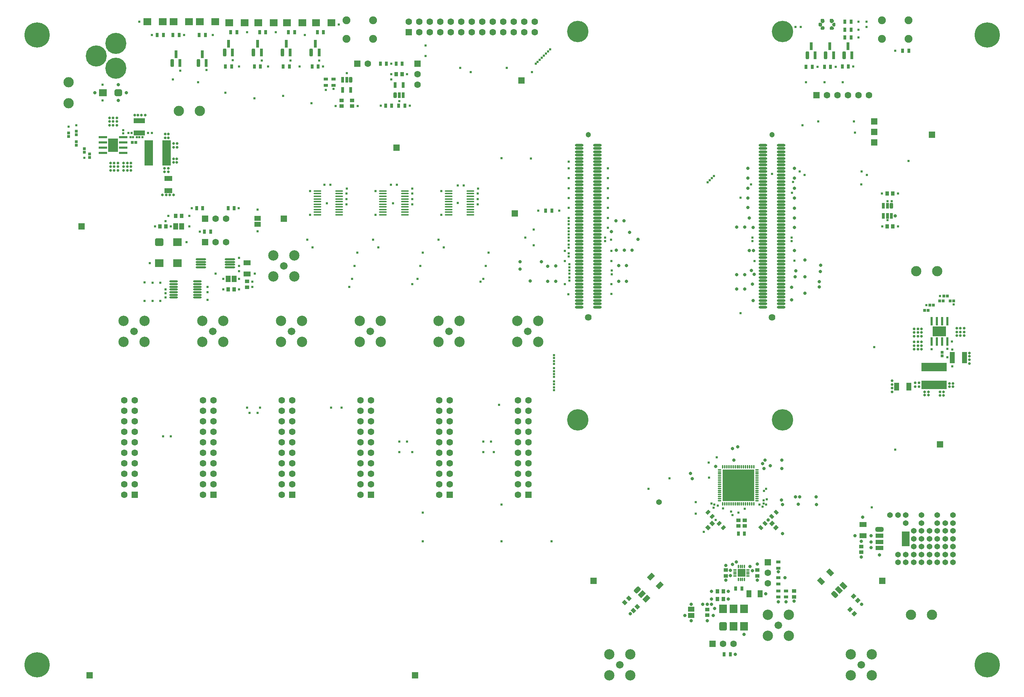
<source format=gts>
%FSTAX23Y23*%
%MOIN*%
%SFA1B1*%

%IPPOS*%
%AMD122*
4,1,8,0.009900,-0.012800,0.009900,0.012800,0.004900,0.017700,-0.004900,0.017700,-0.009900,0.012800,-0.009900,-0.012800,-0.004900,-0.017700,0.004900,-0.017700,0.009900,-0.012800,0.0*
1,1,0.009880,0.004900,-0.012800*
1,1,0.009880,0.004900,0.012800*
1,1,0.009880,-0.004900,0.012800*
1,1,0.009880,-0.004900,-0.012800*
%
%AMD123*
4,1,8,-0.012800,-0.009900,0.012800,-0.009900,0.017700,-0.004900,0.017700,0.004900,0.012800,0.009900,-0.012800,0.009900,-0.017700,0.004900,-0.017700,-0.004900,-0.012800,-0.009900,0.0*
1,1,0.009880,-0.012800,-0.004900*
1,1,0.009880,0.012800,-0.004900*
1,1,0.009880,0.012800,0.004900*
1,1,0.009880,-0.012800,0.004900*
%
%AMD125*
4,1,8,0.036400,-0.016700,0.036400,0.016700,0.019700,0.033500,-0.019700,0.033500,-0.036400,0.016700,-0.036400,-0.016700,-0.019700,-0.033500,0.019700,-0.033500,0.036400,-0.016700,0.0*
1,1,0.033500,0.019700,-0.016700*
1,1,0.033500,0.019700,0.016700*
1,1,0.033500,-0.019700,0.016700*
1,1,0.033500,-0.019700,-0.016700*
%
%AMD132*
4,1,4,-0.002800,-0.025000,0.025000,0.002800,0.002800,0.025000,-0.025000,-0.002800,-0.002800,-0.025000,0.0*
%
%AMD138*
4,1,8,-0.018700,-0.041400,0.018700,-0.041400,0.037400,-0.022600,0.037400,0.022600,0.018700,0.041400,-0.018700,0.041400,-0.037400,0.022600,-0.037400,-0.022600,-0.018700,-0.041400,0.0*
1,1,0.037440,-0.018700,-0.022600*
1,1,0.037440,0.018700,-0.022600*
1,1,0.037440,0.018700,0.022600*
1,1,0.037440,-0.018700,0.022600*
%
%AMD139*
4,1,4,0.001400,0.026400,-0.026400,-0.001400,-0.001400,-0.026400,0.026400,0.001400,0.001400,0.026400,0.0*
%
%AMD140*
4,1,4,0.025000,-0.002800,-0.002800,0.025000,-0.025000,0.002800,0.002800,-0.025000,0.025000,-0.002800,0.0*
%
%AMD141*
4,1,8,0.015300,-0.030600,0.030600,-0.015300,0.030700,0.000000,0.000000,0.030700,-0.015300,0.030600,-0.030600,0.015300,-0.030700,0.000000,0.000000,-0.030700,0.015300,-0.030600,0.0*
1,1,0.021680,0.007700,-0.023000*
1,1,0.021680,0.023000,-0.007700*
1,1,0.021680,-0.007700,0.023000*
1,1,0.021680,-0.023000,0.007700*
%
%AMD142*
4,1,4,0.007700,-0.038300,0.038300,-0.007700,-0.007700,0.038300,-0.038300,0.007700,0.007700,-0.038300,0.0*
%
%AMD143*
4,1,4,0.026400,-0.001400,-0.001400,0.026400,-0.026400,0.001400,0.001400,-0.026400,0.026400,-0.001400,0.0*
%
%AMD144*
4,1,8,-0.030600,-0.015300,-0.015300,-0.030600,0.000000,-0.030700,0.030700,0.000000,0.030600,0.015300,0.015300,0.030600,0.000000,0.030700,-0.030700,0.000000,-0.030600,-0.015300,0.0*
1,1,0.021680,-0.023000,-0.007700*
1,1,0.021680,-0.007700,-0.023000*
1,1,0.021680,0.023000,0.007700*
1,1,0.021680,0.007700,0.023000*
%
%AMD145*
4,1,4,-0.038300,-0.007700,-0.007700,-0.038300,0.038300,0.007700,0.007700,0.038300,-0.038300,-0.007700,0.0*
%
%AMD147*
4,1,8,-0.041400,0.018700,-0.041400,-0.018700,-0.022600,-0.037400,0.022600,-0.037400,0.041400,-0.018700,0.041400,0.018700,0.022600,0.037400,-0.022600,0.037400,-0.041400,0.018700,0.0*
1,1,0.037440,-0.022600,0.018700*
1,1,0.037440,-0.022600,-0.018700*
1,1,0.037440,0.022600,-0.018700*
1,1,0.037440,0.022600,0.018700*
%
%AMD160*
4,1,8,0.007900,0.027600,-0.007900,0.027600,-0.015800,0.019700,-0.015800,-0.019700,-0.007900,-0.027600,0.007900,-0.027600,0.015800,-0.019700,0.015800,0.019700,0.007900,0.027600,0.0*
1,1,0.015780,0.007900,0.019700*
1,1,0.015780,-0.007900,0.019700*
1,1,0.015780,-0.007900,-0.019700*
1,1,0.015780,0.007900,-0.019700*
%
%AMD163*
4,1,8,-0.007900,-0.037400,0.007900,-0.037400,0.015800,-0.029500,0.015800,0.029500,0.007900,0.037400,-0.007900,0.037400,-0.015800,0.029500,-0.015800,-0.029500,-0.007900,-0.037400,0.0*
1,1,0.015780,-0.007900,-0.029500*
1,1,0.015780,0.007900,-0.029500*
1,1,0.015780,0.007900,0.029500*
1,1,0.015780,-0.007900,0.029500*
%
%AMD168*
4,1,8,0.007900,0.026600,-0.007900,0.026600,-0.015800,0.018700,-0.015800,-0.018700,-0.007900,-0.026600,0.007900,-0.026600,0.015800,-0.018700,0.015800,0.018700,0.007900,0.026600,0.0*
1,1,0.015780,0.007900,0.018700*
1,1,0.015780,-0.007900,0.018700*
1,1,0.015780,-0.007900,-0.018700*
1,1,0.015780,0.007900,-0.018700*
%
%AMD170*
4,1,8,-0.038400,0.010800,-0.038400,-0.010800,-0.027600,-0.021700,0.027600,-0.021700,0.038400,-0.010800,0.038400,0.010800,0.027600,0.021700,-0.027600,0.021700,-0.038400,0.010800,0.0*
1,1,0.021680,-0.027600,0.010800*
1,1,0.021680,-0.027600,-0.010800*
1,1,0.021680,0.027600,-0.010800*
1,1,0.021680,0.027600,0.010800*
%
%ADD115C,0.023620*%
%ADD120R,0.110000X0.048000*%
%ADD121R,0.048000X0.110000*%
G04~CAMADD=122~8~0.0~0.0~355.0~197.5~49.4~0.0~15~0.0~0.0~0.0~0.0~0~0.0~0.0~0.0~0.0~0~0.0~0.0~0.0~270.0~198.0~355.0*
%ADD122D122*%
G04~CAMADD=123~8~0.0~0.0~355.0~197.5~49.4~0.0~15~0.0~0.0~0.0~0.0~0~0.0~0.0~0.0~0.0~0~0.0~0.0~0.0~180.0~355.0~197.0*
%ADD123D123*%
%ADD124O,0.082740X0.023690*%
G04~CAMADD=125~8~0.0~0.0~669.9~729.0~167.5~0.0~15~0.0~0.0~0.0~0.0~0~0.0~0.0~0.0~0.0~0~0.0~0.0~0.0~270.0~729.0~669.0*
%ADD125D125*%
%ADD126R,0.072900X0.066990*%
%ADD127R,0.039430X0.031560*%
%ADD128R,0.035500X0.039430*%
%ADD129R,0.039430X0.035500*%
%ADD130R,0.059120X0.047310*%
%ADD131R,0.031560X0.039430*%
G04~CAMADD=132~9~0.0~0.0~394.3~315.6~0.0~0.0~0~0.0~0.0~0.0~0.0~0~0.0~0.0~0.0~0.0~0~0.0~0.0~0.0~225.0~500.0~499.0*
%ADD132D132*%
%ADD133O,0.013840X0.035500*%
%ADD134O,0.035500X0.013840*%
%ADD135R,0.074870X0.074870*%
%ADD136R,0.047310X0.070930*%
%ADD137R,0.074870X0.082740*%
G04~CAMADD=138~8~0.0~0.0~748.7~827.4~187.2~0.0~15~0.0~0.0~0.0~0.0~0~0.0~0.0~0.0~0.0~0~0.0~0.0~0.0~180.0~750.0~828.0*
%ADD138D138*%
G04~CAMADD=139~9~0.0~0.0~394.3~355.0~0.0~0.0~0~0.0~0.0~0.0~0.0~0~0.0~0.0~0.0~0.0~0~0.0~0.0~0.0~45.0~528.0~527.0*
%ADD139D139*%
G04~CAMADD=140~9~0.0~0.0~394.3~315.6~0.0~0.0~0~0.0~0.0~0.0~0.0~0~0.0~0.0~0.0~0.0~0~0.0~0.0~0.0~315.0~500.0~499.0*
%ADD140D140*%
G04~CAMADD=141~8~0.0~0.0~433.7~650.2~108.4~0.0~15~0.0~0.0~0.0~0.0~0~0.0~0.0~0.0~0.0~0~0.0~0.0~0.0~225.0~676.0~675.0*
%ADD141D141*%
G04~CAMADD=142~9~0.0~0.0~433.7~650.2~0.0~0.0~0~0.0~0.0~0.0~0.0~0~0.0~0.0~0.0~0.0~0~0.0~0.0~0.0~225.0~766.0~765.0*
%ADD142D142*%
G04~CAMADD=143~9~0.0~0.0~394.3~355.0~0.0~0.0~0~0.0~0.0~0.0~0.0~0~0.0~0.0~0.0~0.0~0~0.0~0.0~0.0~315.0~528.0~527.0*
%ADD143D143*%
G04~CAMADD=144~8~0.0~0.0~433.7~650.2~108.4~0.0~15~0.0~0.0~0.0~0.0~0~0.0~0.0~0.0~0.0~0~0.0~0.0~0.0~135.0~676.0~675.0*
%ADD144D144*%
G04~CAMADD=145~9~0.0~0.0~433.7~650.2~0.0~0.0~0~0.0~0.0~0.0~0.0~0~0.0~0.0~0.0~0.0~0~0.0~0.0~0.0~135.0~766.0~765.0*
%ADD145D145*%
%ADD146O,0.074870X0.013840*%
G04~CAMADD=147~8~0.0~0.0~748.7~827.4~187.2~0.0~15~0.0~0.0~0.0~0.0~0~0.0~0.0~0.0~0.0~0~0.0~0.0~0.0~90.0~828.0~749.0*
%ADD147D147*%
%ADD148R,0.082740X0.074870*%
%ADD149R,0.047310X0.059120*%
%ADD150O,0.098490X0.021720*%
%ADD151O,0.082740X0.017780*%
%ADD152R,0.070930X0.047310*%
%ADD153R,0.082740X0.240220*%
%ADD154R,0.026000X0.028000*%
%ADD155R,0.098000X0.126000*%
%ADD156R,0.082000X0.022140*%
%ADD157R,0.028000X0.026000*%
%ADD158R,0.075000X0.048000*%
%ADD159R,0.240220X0.082740*%
G04~CAMADD=160~8~0.0~0.0~315.6~551.8~78.9~0.0~15~0.0~0.0~0.0~0.0~0~0.0~0.0~0.0~0.0~0~0.0~0.0~0.0~0.0~315.6~551.8*
%ADD160D160*%
%ADD161R,0.031560X0.055180*%
%ADD162R,0.031560X0.074870*%
G04~CAMADD=163~8~0.0~0.0~315.6~748.7~78.9~0.0~15~0.0~0.0~0.0~0.0~0~0.0~0.0~0.0~0.0~0~0.0~0.0~0.0~180.0~316.0~749.0*
%ADD163D163*%
%ADD164R,0.048000X0.075000*%
%ADD165R,0.126000X0.098000*%
%ADD166R,0.022140X0.082000*%
%ADD167R,0.299280X0.299280*%
G04~CAMADD=168~8~0.0~0.0~315.6~532.1~78.9~0.0~15~0.0~0.0~0.0~0.0~0~0.0~0.0~0.0~0.0~0~0.0~0.0~0.0~0.0~315.6~532.1*
%ADD168D168*%
%ADD169R,0.031560X0.053210*%
G04~CAMADD=170~8~0.0~0.0~433.7~768.4~108.4~0.0~15~0.0~0.0~0.0~0.0~0~0.0~0.0~0.0~0.0~0~0.0~0.0~0.0~90.0~768.0~434.0*
%ADD170D170*%
%ADD171R,0.076840X0.043370*%
%ADD172R,0.076840X0.141790*%
%ADD173C,0.072000*%
%ADD174C,0.098490*%
%ADD175R,0.063060X0.063060*%
%ADD176C,0.063060*%
%ADD177C,0.074870*%
%ADD178C,0.204000*%
%ADD179C,0.051240*%
%ADD180C,0.064000*%
%ADD181C,0.098000*%
%ADD182R,0.063060X0.063060*%
%ADD183C,0.240220*%
%ADD184C,0.200850*%
%ADD185C,0.024000*%
%ADD186C,0.026000*%
%ADD187C,0.032000*%
%ADD188C,0.054000*%
%LNdsau-motherboard-reva-1*%
%LPD*%
G54D115*
X0876Y07335D02*
D01*
X0876Y07334*
X0876Y07334*
X0876Y07333*
X0876Y07333*
X0876Y07332*
X08761Y07332*
X08761Y07331*
X08761Y07331*
X08761Y0733*
X08762Y0733*
X08762Y07329*
X08763Y07329*
X08763Y07329*
X08763Y07328*
X08764Y07328*
X08764Y07328*
X08765Y07328*
X08765Y07327*
X08766Y07327*
X08766Y07327*
X08767Y07327*
X08768Y07327*
X08768*
X08769Y07327*
X08769Y07327*
X0877Y07327*
X0877Y07327*
X08771Y07328*
X08771Y07328*
X08772Y07328*
X08772Y07328*
X08773Y07329*
X08773Y07329*
X08773Y07329*
X08774Y0733*
X08774Y0733*
X08774Y07331*
X08775Y07331*
X08775Y07332*
X08775Y07332*
X08775Y07333*
X08775Y07333*
X08776Y07334*
X08776Y07334*
X08776Y07335*
X08791Y07307D02*
D01*
X08791Y07307*
X0879Y07307*
X0879Y07307*
X08789Y07307*
X08789Y07307*
X08788Y07307*
X08788Y07306*
X08787Y07306*
X08787Y07306*
X08786Y07306*
X08786Y07305*
X08786Y07305*
X08785Y07304*
X08785Y07304*
X08785Y07303*
X08784Y07303*
X08784Y07302*
X08784Y07302*
X08784Y07301*
X08784Y07301*
X08784Y073*
X08784Y073*
Y07299*
X08784Y07299*
X08784Y07298*
X08784Y07298*
X08784Y07297*
X08784Y07297*
X08784Y07296*
X08785Y07296*
X08785Y07295*
X08785Y07295*
X08786Y07294*
X08786Y07294*
X08786Y07293*
X08787Y07293*
X08787Y07293*
X08788Y07293*
X08788Y07292*
X08789Y07292*
X08789Y07292*
X0879Y07292*
X0879Y07292*
X08791Y07292*
X08791Y07292*
X08776Y07264D02*
D01*
X08776Y07265*
X08776Y07265*
X08776Y07266*
X08775Y07266*
X08775Y07267*
X08775Y07267*
X08775Y07268*
X08774Y07268*
X08774Y07269*
X08774Y07269*
X08773Y0727*
X08773Y0727*
X08773Y0727*
X08772Y07271*
X08772Y07271*
X08771Y07271*
X08771Y07271*
X0877Y07272*
X0877Y07272*
X08769Y07272*
X08769Y07272*
X08768Y07272*
X08768*
X08767Y07272*
X08766Y07272*
X08766Y07272*
X08765Y07272*
X08765Y07271*
X08764Y07271*
X08764Y07271*
X08763Y07271*
X08763Y0727*
X08763Y0727*
X08762Y0727*
X08762Y07269*
X08761Y07269*
X08761Y07268*
X08761Y07268*
X08761Y07267*
X0876Y07267*
X0876Y07266*
X0876Y07266*
X0876Y07265*
X0876Y07265*
X0876Y07264*
X08673Y07335D02*
D01*
X08673Y07334*
X08673Y07334*
X08673Y07333*
X08674Y07333*
X08674Y07332*
X08674Y07332*
X08674Y07331*
X08675Y07331*
X08675Y0733*
X08675Y0733*
X08676Y07329*
X08676Y07329*
X08676Y07329*
X08677Y07328*
X08677Y07328*
X08678Y07328*
X08678Y07328*
X08679Y07327*
X08679Y07327*
X0868Y07327*
X0868Y07327*
X08681Y07327*
X08681*
X08682Y07327*
X08683Y07327*
X08683Y07327*
X08684Y07327*
X08684Y07328*
X08685Y07328*
X08685Y07328*
X08686Y07328*
X08686Y07329*
X08686Y07329*
X08687Y07329*
X08687Y0733*
X08688Y0733*
X08688Y07331*
X08688Y07331*
X08688Y07332*
X08689Y07332*
X08689Y07333*
X08689Y07333*
X08689Y07334*
X08689Y07334*
X08689Y07335*
X08658Y07292D02*
D01*
X08658Y07292*
X08659Y07292*
X08659Y07292*
X0866Y07292*
X0866Y07292*
X08661Y07292*
X08661Y07293*
X08662Y07293*
X08662Y07293*
X08663Y07293*
X08663Y07294*
X08663Y07294*
X08664Y07295*
X08664Y07295*
X08664Y07296*
X08665Y07296*
X08665Y07297*
X08665Y07297*
X08665Y07298*
X08665Y07298*
X08665Y07299*
X08665Y07299*
Y073*
X08665Y073*
X08665Y07301*
X08665Y07301*
X08665Y07302*
X08665Y07302*
X08665Y07303*
X08664Y07303*
X08664Y07304*
X08664Y07304*
X08663Y07305*
X08663Y07305*
X08663Y07306*
X08662Y07306*
X08662Y07306*
X08661Y07306*
X08661Y07307*
X0866Y07307*
X0866Y07307*
X08659Y07307*
X08659Y07307*
X08658Y07307*
X08658Y07307*
X08689Y07264D02*
D01*
X08689Y07265*
X08689Y07265*
X08689Y07266*
X08689Y07266*
X08689Y07267*
X08688Y07267*
X08688Y07268*
X08688Y07268*
X08688Y07269*
X08687Y07269*
X08687Y0727*
X08686Y0727*
X08686Y0727*
X08686Y07271*
X08685Y07271*
X08685Y07271*
X08684Y07271*
X08684Y07272*
X08683Y07272*
X08683Y07272*
X08682Y07272*
X08681Y07272*
X08681*
X0868Y07272*
X0868Y07272*
X08679Y07272*
X08679Y07272*
X08678Y07271*
X08678Y07271*
X08677Y07271*
X08677Y07271*
X08676Y0727*
X08676Y0727*
X08676Y0727*
X08675Y07269*
X08675Y07269*
X08675Y07268*
X08674Y07268*
X08674Y07267*
X08674Y07267*
X08674Y07266*
X08674Y07266*
X08673Y07265*
X08673Y07265*
X08673Y07264*
G54D120*
X02175Y06266D03*
Y06384D03*
G54D121*
X09916Y04125D03*
X10034D03*
G54D122*
X08795Y073D03*
X08654D03*
G54D123*
X08768Y07258D03*
X08681D03*
X08768Y07341D03*
X08681D03*
G54D124*
X08287Y0615D03*
Y06118D03*
Y06087D03*
Y06055D03*
Y06024D03*
Y05992D03*
Y05961D03*
Y05929D03*
Y05898D03*
Y05866D03*
Y05835D03*
Y05803D03*
Y05772D03*
Y0574D03*
Y05709D03*
Y05677D03*
Y05646D03*
Y05614D03*
Y05583D03*
Y05551D03*
Y0552D03*
Y05488D03*
Y05457D03*
Y05425D03*
Y05394D03*
Y05362D03*
Y05331D03*
Y05299D03*
Y05268D03*
Y05236D03*
Y05205D03*
Y05173D03*
Y05142D03*
Y0511D03*
Y05079D03*
Y05047D03*
Y05016D03*
Y04984D03*
Y04953D03*
Y04921D03*
Y0489D03*
Y04858D03*
Y04827D03*
Y04795D03*
Y04764D03*
Y04732D03*
Y04701D03*
Y04669D03*
Y04638D03*
Y04606D03*
X08113Y0615D03*
Y06118D03*
Y06087D03*
Y06055D03*
Y06024D03*
Y05992D03*
Y05961D03*
Y05929D03*
Y05898D03*
Y05866D03*
Y05835D03*
Y05803D03*
Y05772D03*
Y0574D03*
Y05709D03*
Y05677D03*
Y05646D03*
Y05614D03*
Y05583D03*
Y05551D03*
Y0552D03*
Y05488D03*
Y05457D03*
Y05425D03*
Y05394D03*
Y05362D03*
Y05331D03*
Y05299D03*
Y05268D03*
Y05236D03*
Y05205D03*
Y05173D03*
Y05142D03*
Y0511D03*
Y05079D03*
Y05047D03*
Y05016D03*
Y04984D03*
Y04953D03*
Y04921D03*
Y0489D03*
Y04858D03*
Y04827D03*
Y04795D03*
Y04764D03*
Y04732D03*
Y04701D03*
Y04669D03*
Y04638D03*
Y04606D03*
X06536Y0615D03*
Y06118D03*
Y06087D03*
Y06055D03*
Y06024D03*
Y05992D03*
Y05961D03*
Y05929D03*
Y05898D03*
Y05866D03*
Y05835D03*
Y05803D03*
Y05772D03*
Y0574D03*
Y05709D03*
Y05677D03*
Y05646D03*
Y05614D03*
Y05583D03*
Y05551D03*
Y0552D03*
Y05488D03*
Y05457D03*
Y05425D03*
Y05394D03*
Y05362D03*
Y05331D03*
Y05299D03*
Y05268D03*
Y05236D03*
Y05205D03*
Y05173D03*
Y05142D03*
Y0511D03*
Y05079D03*
Y05047D03*
Y05016D03*
Y04984D03*
Y04953D03*
Y04921D03*
Y0489D03*
Y04858D03*
Y04827D03*
Y04795D03*
Y04764D03*
Y04732D03*
Y04701D03*
Y04669D03*
Y04638D03*
Y04606D03*
X06363Y0615D03*
Y06118D03*
Y06087D03*
Y06055D03*
Y06024D03*
Y05992D03*
Y05961D03*
Y05929D03*
Y05898D03*
Y05866D03*
Y05835D03*
Y05803D03*
Y05772D03*
Y0574D03*
Y05709D03*
Y05677D03*
Y05646D03*
Y05614D03*
Y05583D03*
Y05551D03*
Y0552D03*
Y05488D03*
Y05457D03*
Y05425D03*
Y05394D03*
Y05362D03*
Y05331D03*
Y05299D03*
Y05268D03*
Y05236D03*
Y05205D03*
Y05173D03*
Y05142D03*
Y0511D03*
Y05079D03*
Y05047D03*
Y05016D03*
Y04984D03*
Y04953D03*
Y04921D03*
Y0489D03*
Y04858D03*
Y04827D03*
Y04795D03*
Y04764D03*
Y04732D03*
Y04701D03*
Y04669D03*
Y04638D03*
Y04606D03*
G54D125*
X01973Y0665D03*
G54D126*
X01826Y0665D03*
X03178Y07315D03*
X03031D03*
X03453D03*
X03306D03*
X03728D03*
X03581D03*
X04003D03*
X03856D03*
X02251Y07325D03*
X02398D03*
X02751D03*
X02898D03*
X02501D03*
X02648D03*
G54D127*
X0826Y0197D03*
Y02029D03*
X08335Y01904D03*
Y01845D03*
X04025Y06779D03*
Y0672D03*
X0395D03*
Y06779D03*
X0826Y01845D03*
Y01904D03*
Y0212D03*
Y02179D03*
G54D128*
X07737Y019D03*
X07682D03*
X07737Y01825D03*
X07682D03*
X02372Y05375D03*
X02427D03*
X02577Y05475D03*
X02522D03*
X03077Y04775D03*
X03022D03*
X04622Y06825D03*
X04677D03*
X09297Y0569D03*
X09352D03*
Y05375D03*
X09297D03*
G54D129*
X07585Y01672D03*
Y01727D03*
X0794Y02522D03*
Y02577D03*
X0788Y02522D03*
Y02577D03*
X0841Y01902D03*
Y01847D03*
X032Y04852D03*
Y04797D03*
X041Y06522D03*
Y06577D03*
X042D03*
Y06522D03*
X0776Y02102D03*
Y02047D03*
X0806Y02102D03*
Y02047D03*
X0905Y02272D03*
Y02327D03*
G54D130*
X0743Y01729D03*
Y0167D03*
X033Y05454D03*
Y05395D03*
G54D131*
X07939Y0245D03*
X0788D03*
X07914Y01925D03*
X07855D03*
X06104Y05525D03*
X06045D03*
X0272Y0555D03*
X02779D03*
X0302D03*
X03079D03*
X02854Y05325D03*
X02795D03*
X04704Y06525D03*
X04645D03*
X04579D03*
X0452D03*
X0462Y06925D03*
X04679D03*
X08895Y07175D03*
X08954D03*
X08895Y0725D03*
X08954D03*
X08895Y07325D03*
X08954D03*
X087Y06895D03*
X08759D03*
X08525D03*
X08584D03*
X08929Y069D03*
X0887D03*
X02345Y072D03*
X02404D03*
X02495D03*
X02554D03*
X02745D03*
X02804D03*
X02995Y069D03*
X03054D03*
X0327D03*
X03329D03*
X03545D03*
X03604D03*
X0382D03*
X03879D03*
X03929Y07225D03*
X0387D03*
X03654D03*
X03595D03*
X03379D03*
X0332D03*
X03104D03*
X03045D03*
X04529Y06925D03*
X0447D03*
X07745Y013D03*
X07804D03*
X09445Y0705D03*
X09504D03*
G54D132*
X07632Y02612D03*
X07591Y02653D03*
X07738Y02506D03*
X07697Y02547D03*
G54D133*
X0788Y02013D03*
X079D03*
X07919D03*
X07939D03*
Y02136D03*
X07919D03*
X079D03*
X0788D03*
X07732Y02732D03*
X07752D03*
X07771D03*
X07791D03*
X07811D03*
X0783D03*
X0785D03*
X0787D03*
X07889D03*
X07909D03*
X07929D03*
X07948D03*
X07968D03*
X07988D03*
X08007D03*
X08027D03*
Y03087D03*
X08007D03*
X07988D03*
X07968D03*
X07948D03*
X07929D03*
X07909D03*
X07889D03*
X0787D03*
X0785D03*
X0783D03*
X07811D03*
X07791D03*
X07771D03*
X07752D03*
X07732D03*
G54D134*
X07971Y02045D03*
Y02065D03*
Y02084D03*
Y02104D03*
X07848D03*
Y02084D03*
Y02065D03*
Y02045D03*
X07702Y03057D03*
Y03037D03*
Y03018D03*
Y02998D03*
Y02978D03*
Y02959D03*
Y02939D03*
Y02919D03*
Y029D03*
Y0288D03*
Y0286D03*
Y02841D03*
Y02821D03*
Y02801D03*
Y02782D03*
Y02762D03*
X08057D03*
Y02782D03*
Y02801D03*
Y02821D03*
Y02841D03*
Y0286D03*
Y0288D03*
Y029D03*
Y02919D03*
Y02939D03*
Y02959D03*
Y02978D03*
Y02998D03*
Y03018D03*
Y03037D03*
Y03057D03*
G54D135*
X0791Y02075D03*
G54D136*
X07981Y01875D03*
X08088D03*
G54D137*
X07735Y01732D03*
X07835D03*
X07935D03*
Y01567D03*
X07835D03*
G54D138*
X07735Y01567D03*
G54D139*
X082Y02546D03*
X08239Y02507D03*
X09017Y01814D03*
X08978Y01853D03*
X08984Y01686D03*
X08945Y01725D03*
G54D140*
X08134Y02547D03*
X08093Y02506D03*
X0824Y02653D03*
X08199Y02612D03*
G54D141*
X08796Y01869D03*
G54D142*
X08838Y01911D03*
X0888Y01953D03*
X08753Y0208D03*
X08669Y01996D03*
G54D143*
X07631Y02546D03*
X07592Y02507D03*
X0688Y01715D03*
X06919Y01754D03*
X06799Y01793D03*
X06838Y01832D03*
G54D144*
X06919Y01913D03*
G54D145*
X06961Y01871D03*
X07003Y01829D03*
X0713Y01956D03*
X07046Y0204D03*
G54D146*
X0512Y05713D03*
Y05688D03*
Y05662D03*
Y05637D03*
Y05612D03*
Y05587D03*
Y05562D03*
Y05537D03*
Y05511D03*
Y05486D03*
X05329Y05713D03*
Y05688D03*
Y05662D03*
Y05637D03*
Y05612D03*
Y05587D03*
Y05562D03*
Y05537D03*
Y05511D03*
Y05486D03*
X04495Y05713D03*
Y05688D03*
Y05662D03*
Y05637D03*
Y05612D03*
Y05587D03*
Y05562D03*
Y05537D03*
Y05511D03*
Y05486D03*
X04704Y05713D03*
Y05688D03*
Y05662D03*
Y05637D03*
Y05612D03*
Y05587D03*
Y05562D03*
Y05537D03*
Y05511D03*
Y05486D03*
X0387Y05713D03*
Y05688D03*
Y05662D03*
Y05637D03*
Y05612D03*
Y05587D03*
Y05562D03*
Y05537D03*
Y05511D03*
Y05486D03*
X04079Y05713D03*
Y05688D03*
Y05662D03*
Y05637D03*
Y05612D03*
Y05587D03*
Y05562D03*
Y05537D03*
Y05511D03*
Y05486D03*
G54D147*
X02363Y05225D03*
G54D148*
X02536Y05025D03*
Y05225D03*
X02363Y05025D03*
G54D149*
X0252Y05375D03*
X02579D03*
X0302Y04875D03*
X03079D03*
G54D150*
X02762Y05063D03*
Y05037D03*
Y05012D03*
Y04986D03*
X03037Y05063D03*
Y05037D03*
Y05012D03*
Y04986D03*
G54D151*
X02728Y04698D03*
Y04723D03*
Y04749D03*
Y04775D03*
Y048D03*
Y04826D03*
Y04851D03*
X025Y04698D03*
Y04723D03*
Y04749D03*
Y04775D03*
Y048D03*
Y04826D03*
Y04851D03*
G54D152*
X032Y05028D03*
Y04921D03*
X09066Y02429D03*
Y02536D03*
G54D153*
X02265Y06075D03*
X02434D03*
G54D154*
X02108Y06175D03*
X02141D03*
X09736Y04625D03*
X09703D03*
X09686Y04575D03*
X09653D03*
X09831Y04665D03*
X09798D03*
X09931D03*
X09898D03*
X09838Y04714D03*
X09871D03*
G54D155*
X01925Y0615D03*
G54D156*
X02022Y06225D03*
Y06175D03*
Y06125D03*
Y06075D03*
X01828D03*
Y06125D03*
Y06175D03*
Y06225D03*
G54D157*
X01575Y06281D03*
Y06248D03*
Y06181D03*
Y06148D03*
X0165Y06116D03*
Y06083D03*
X017Y06066D03*
Y06033D03*
X015Y06266D03*
Y06233D03*
X0982Y04176D03*
Y04143D03*
G54D158*
X0245Y05716D03*
Y05834D03*
G54D159*
X09745Y04035D03*
Y03865D03*
G54D160*
X04187Y06772D03*
X04612Y06627D03*
G54D161*
X0415Y06772D03*
X04112D03*
Y06677D03*
X04187D03*
X0465Y06627D03*
X04687D03*
Y06722D03*
X04612D03*
G54D162*
X02525Y07017D03*
X02562Y06932D03*
X02775Y07017D03*
X02812Y06932D03*
X08925Y07092D03*
X08962Y07007D03*
X08575Y07092D03*
X08612Y07007D03*
X0875Y07092D03*
X08787Y07007D03*
X0385Y07117D03*
X03887Y07032D03*
X03575Y07117D03*
X03612Y07032D03*
X033Y07117D03*
X03337Y07032D03*
X03025Y07117D03*
X03062Y07032D03*
G54D163*
X02487Y06932D03*
X02737D03*
X08887Y07007D03*
X08537D03*
X08712D03*
X03812Y07032D03*
X03537D03*
X03262D03*
X02987D03*
G54D164*
X09386Y0385D03*
X09504D03*
G54D165*
X09795Y04375D03*
G54D166*
X0987Y04278D03*
X0982D03*
X0977D03*
X0972D03*
Y04472D03*
X0977D03*
X0982D03*
X0987D03*
G54D167*
X0788Y0291D03*
G54D168*
X09337Y05572D03*
G54D169*
X093Y05572D03*
X09262D03*
Y05477D03*
X093D03*
X09337D03*
G54D170*
X09225Y02488D03*
G54D171*
X09225Y02429D03*
Y0237D03*
Y02311D03*
G54D172*
X09474Y024D03*
G54D173*
X0675Y012D03*
X0826Y01575D03*
X0905Y012D03*
X0355Y05D03*
X02125Y04375D03*
X02875D03*
X03625D03*
X04375D03*
X05125D03*
X05875D03*
G54D174*
X0665Y011D03*
X0685Y013D03*
Y011D03*
X0665Y013D03*
X0836Y01475D03*
X0816Y01675D03*
Y01475D03*
X0836Y01675D03*
X0895Y013D03*
X0915Y011D03*
Y013D03*
X0895Y011D03*
X0365Y049D03*
X0345Y051D03*
Y049D03*
X0365Y051D03*
X02225Y04275D03*
X02025Y04475D03*
Y04275D03*
X02225Y04475D03*
X02975Y04275D03*
X02775Y04475D03*
Y04275D03*
X02975Y04475D03*
X03725Y04275D03*
X03525Y04475D03*
Y04275D03*
X03725Y04475D03*
X04475Y04275D03*
X04275Y04475D03*
Y04275D03*
X04475Y04475D03*
X05225Y04275D03*
X05025Y04475D03*
Y04275D03*
X05225Y04475D03*
X05975Y04275D03*
X05775Y04475D03*
Y04275D03*
X05975Y04475D03*
G54D175*
X0588Y0282D03*
X0513D03*
X0438D03*
X0363D03*
X0288D03*
X0213D03*
X0816Y02175D03*
X09725Y0625D03*
X04825Y06925D03*
X09175Y06175D03*
Y06375D03*
Y06275D03*
X05815Y06765D03*
X0575Y055D03*
G54D176*
X0578Y0282D03*
X0588Y0292D03*
X0578D03*
X0588Y0302D03*
X0578D03*
X0588Y0312D03*
X0578D03*
X0588Y0322D03*
X0578D03*
X0588Y0332D03*
X0578D03*
X0588Y0342D03*
X0578D03*
X0588Y0352D03*
X0578D03*
X0588Y0362D03*
X0578D03*
X0588Y0372D03*
X0578D03*
X0503Y0282D03*
X0513Y0292D03*
X0503D03*
X0513Y0302D03*
X0503D03*
X0513Y0312D03*
X0503D03*
X0513Y0322D03*
X0503D03*
X0513Y0332D03*
X0503D03*
X0513Y0342D03*
X0503D03*
X0513Y0352D03*
X0503D03*
X0513Y0362D03*
X0503D03*
X0513Y0372D03*
X0503D03*
X0428Y0282D03*
X0438Y0292D03*
X0428D03*
X0438Y0302D03*
X0428D03*
X0438Y0312D03*
X0428D03*
X0438Y0322D03*
X0428D03*
X0438Y0332D03*
X0428D03*
X0438Y0342D03*
X0428D03*
X0438Y0352D03*
X0428D03*
X0438Y0362D03*
X0428D03*
X0438Y0372D03*
X0428D03*
X0353Y0282D03*
X0363Y0292D03*
X0353D03*
X0363Y0302D03*
X0353D03*
X0363Y0312D03*
X0353D03*
X0363Y0322D03*
X0353D03*
X0363Y0332D03*
X0353D03*
X0363Y0342D03*
X0353D03*
X0363Y0352D03*
X0353D03*
X0363Y0362D03*
X0353D03*
X0363Y0372D03*
X0353D03*
X0278Y0282D03*
X0288Y0292D03*
X0278D03*
X0288Y0302D03*
X0278D03*
X0288Y0312D03*
X0278D03*
X0288Y0322D03*
X0278D03*
X0288Y0332D03*
X0278D03*
X0288Y0342D03*
X0278D03*
X0288Y0352D03*
X0278D03*
X0288Y0362D03*
X0278D03*
X0288Y0372D03*
X0278D03*
X0203Y0282D03*
X0213Y0292D03*
X0203D03*
X0213Y0302D03*
X0203D03*
X0213Y0312D03*
X0203D03*
X0213Y0322D03*
X0203D03*
X0213Y0332D03*
X0203D03*
X0213Y0342D03*
X0203D03*
X0213Y0352D03*
X0203D03*
X0213Y0362D03*
X0203D03*
X0213Y0372D03*
X0203D03*
X0816Y02075D03*
Y01975D03*
X07735Y014D03*
X07835D03*
X029Y0545D03*
X03D03*
X029Y05225D03*
X03D03*
X0435Y06925D03*
X04825Y06825D03*
Y06725D03*
X0474Y07325D03*
X0484Y07225D03*
Y07325D03*
X0494Y07225D03*
Y07325D03*
X0504Y07225D03*
Y07325D03*
X0514Y07225D03*
Y07325D03*
X0524Y07225D03*
Y07325D03*
X0534Y07225D03*
Y07325D03*
X0544Y07225D03*
Y07325D03*
X0554Y07225D03*
Y07325D03*
X0564Y07225D03*
Y07325D03*
X0574Y07225D03*
Y07325D03*
X0584Y07225D03*
Y07325D03*
X0594Y07225D03*
Y07325D03*
X08725Y06625D03*
X08825D03*
X08925D03*
X09025D03*
X09125D03*
G54D177*
X09247Y07338D03*
X09502D03*
Y07161D03*
X09247D03*
X04147Y07338D03*
X04402D03*
Y07161D03*
X04147D03*
G54D178*
X083Y03531D03*
X0635D03*
X083Y07231D03*
X0635D03*
G54D179*
X0645Y06248D03*
X082D03*
G54D180*
X0645Y04508D03*
X082D03*
G54D181*
X015Y0675D03*
Y0655D03*
X0275Y06475D03*
X0255D03*
X09775Y0495D03*
X09575D03*
X09525Y01675D03*
X09725D03*
G54D182*
X07635Y014D03*
X0355Y0545D03*
X04625Y06125D03*
X01625Y05375D03*
X048Y011D03*
X098Y033D03*
X017Y011D03*
X065Y02D03*
X028Y0545D03*
Y05225D03*
X0425Y06925D03*
X0474Y07225D03*
X0925Y02D03*
X08625Y06625D03*
G54D183*
X1025Y072D03*
Y012D03*
X012D03*
Y072D03*
G54D184*
X01764Y07D03*
X0195Y07118D03*
Y06881D03*
G54D185*
X0815Y02775D03*
X04875Y02375D03*
X05625D03*
Y02725D03*
X04875Y0265D03*
X06175Y05525D03*
X061Y02375D03*
X0864Y06375D03*
X0849Y0634D03*
X0899Y0627D03*
X0898Y06375D03*
X098Y04714D03*
X015Y06325D03*
X0215Y06225D03*
X02205D03*
X02175D03*
X02294Y06266D03*
X02259D03*
X02071D03*
X02101D03*
X02115Y06225D03*
X0209D03*
X02022Y06292D03*
Y06262D03*
X0165Y0603D03*
X01575Y0634D03*
X09916Y04041D03*
X0987Y0413D03*
X09916Y04204D03*
X0987Y0421D03*
X09913Y04278D03*
X09931Y04633D03*
X0967Y04625D03*
X0972Y04205D03*
X06088Y07063D03*
X06068Y07043D03*
X06049Y07023D03*
X06029Y07004D03*
X06009Y06984D03*
X05989Y06964D03*
X05969Y06944D03*
X0595Y06925D03*
X038Y05713D03*
Y05486D03*
X0415Y05735D03*
X04149Y05688D03*
Y05637D03*
Y05587D03*
X04425Y05713D03*
Y05486D03*
X04775Y05735D03*
X04774Y05688D03*
Y05637D03*
Y05587D03*
X04572Y05772D03*
X04627D03*
X0459Y05595D03*
X0396D03*
X03938Y05773D03*
X03993Y05773D03*
X06672Y05142D03*
X06227D03*
X06227Y05047D03*
X06672D03*
X06675Y04955D03*
X06672Y04827D03*
X06672Y04732D03*
X05263Y05765D03*
X05208Y056D03*
Y05765D03*
X05399Y05587D03*
Y05637D03*
Y05688D03*
X054Y05735D03*
X0505Y05486D03*
Y05713D03*
X05975Y05525D03*
X033Y05535D03*
Y0533D03*
X0593Y05195D03*
Y05345D03*
X0905Y05775D03*
X095Y06D03*
X09375Y0705D03*
X094Y05375D03*
X0925D03*
X08512Y05866D03*
X08465Y059D03*
X08125Y02855D03*
X08145Y02875D03*
X07675Y03175D03*
X0765Y02725D03*
X07225Y02975D03*
X093Y05435D03*
Y05615D03*
X0934D03*
X07475Y0264D03*
X07645Y02695D03*
X07475Y0275D03*
X07625Y02735D03*
X07685Y02715D03*
X07735Y0269D03*
X07825Y02625D03*
X07665Y0258D03*
X0755Y02465D03*
X0788Y0265D03*
X0794Y02685D03*
X0812Y02765D03*
X08145Y02725D03*
X0811Y02705D03*
X0781Y0266D03*
X0812Y02735D03*
X0808Y02725D03*
X0585Y0527D03*
X06636Y05551D03*
Y05646D03*
Y0574D03*
Y05835D03*
Y05929D03*
Y05457D03*
Y05362D03*
X06265Y05455D03*
X06263Y05646D03*
Y05551D03*
Y0574D03*
Y05835D03*
Y05929D03*
Y05992D03*
X06265Y05269D03*
Y05239D03*
X06611Y05268D03*
Y05236D03*
X08387D03*
Y05268D03*
X08013Y05236D03*
Y05268D03*
X026Y072D03*
X02175Y07325D03*
X02875Y072D03*
X032Y07225D03*
X03475D03*
X0375Y072D03*
X04075Y073D03*
X04575Y06925D03*
Y06775D03*
X04475Y06525D03*
X09025Y07175D03*
Y0725D03*
Y07325D03*
X08634Y06895D03*
X08809D03*
X08975Y069D03*
X08525Y0675D03*
X087D03*
X08875D03*
X084Y058D03*
X08Y05775D03*
X082Y05875D03*
X0839Y05695D03*
X079Y0565D03*
X07607Y05817D03*
X07587Y05797D03*
X07647Y05857D03*
X07627Y05837D03*
X06668Y0525D03*
X09105Y05865D03*
X09055Y059D03*
X09402Y0569D03*
X04725Y06825D03*
X04575D03*
X0475Y06525D03*
X0465Y0657D03*
X0415Y06835D03*
X04025Y06685D03*
X0395Y06675D03*
X03925Y069D03*
X03887Y06957D03*
X04255Y06522D03*
X04045D03*
X02375Y0484D03*
X023D03*
X02225Y04844D03*
X02375Y04665D03*
X023D03*
X02225D03*
X02275Y05025D03*
X03125Y05075D03*
Y0495D03*
Y05D03*
X03275Y04925D03*
X03125Y04875D03*
X0325Y0485D03*
Y048D03*
X03125Y04775D03*
X02975D03*
Y04875D03*
X029Y04925D03*
X0275Y05325D03*
X02625Y05225D03*
X0265Y05375D03*
Y05475D03*
X0245D03*
X02475Y05375D03*
X02425Y05425D03*
X02325Y05375D03*
X02825Y0475D03*
Y048D03*
X02425Y04775D03*
Y047D03*
Y0474D03*
X0312Y0555D03*
X02675D03*
X02295Y072D03*
X03125Y069D03*
X034D03*
X037D03*
X03065Y0696D03*
X0334Y06955D03*
X03615D03*
X02565Y0686D03*
X02815Y06865D03*
X02495Y06775D03*
X02735Y0675D03*
X09175Y04225D03*
X03545Y0662D03*
X0327Y06595D03*
X02995Y0665D03*
X03815Y06548D03*
X01825Y06575D03*
Y06725D03*
X05905Y06024D03*
X05625Y06025D03*
X05915Y06845D03*
X0533D03*
X0626Y0473D03*
X02825Y04675D03*
X091Y07275D03*
X08475D03*
X0915Y027D03*
X05675Y06885D03*
X0523D03*
X09375Y0325D03*
X091Y07325D03*
X08425Y07275D03*
X049Y071D03*
Y07D03*
X07025Y02875D03*
X06227Y04827D03*
X0627Y0489D03*
Y0486D03*
Y04985D03*
Y05015D03*
Y04955D03*
Y04925D03*
X06265Y05173D03*
Y0512D03*
Y0509D03*
Y05201D03*
Y05425D03*
Y05395D03*
Y0533D03*
Y053D03*
Y0536D03*
X06675Y0492D03*
X06125Y0415D03*
Y04122D03*
Y04094D03*
Y04066D03*
Y04025D03*
Y03997D03*
Y03969D03*
Y03941D03*
Y039D03*
Y03872D03*
Y03844D03*
Y03816D03*
X03775Y0525D03*
X03825Y05175D03*
X04225Y05D03*
X0425Y05125D03*
X042Y04875D03*
X04175Y048D03*
X04775Y04825D03*
X04825Y04875D03*
X04875Y05125D03*
X0485Y05D03*
X0445Y05175D03*
X044Y0525D03*
X0545Y04875D03*
X055Y05125D03*
X05475Y05D03*
X05075Y05175D03*
X05025Y0525D03*
X05425Y0485D03*
X056Y03675D03*
X041Y0365D03*
X033Y036D03*
X03325Y0365D03*
X03225Y036D03*
X032Y0365D03*
X02475Y03375D03*
X024D03*
X04Y0365D03*
X04725Y03325D03*
X04775Y03225D03*
X0465D03*
Y03325D03*
X05525D03*
X0555Y03225D03*
X0545D03*
Y03325D03*
X079Y0455D03*
X076Y02981D03*
X07597Y03125D03*
X08035Y05045D03*
X08415Y0505D03*
X09247Y0569D03*
G54D186*
X0189Y0634D03*
X01925D03*
X0196D03*
X0189Y06375D03*
X01925D03*
X0196D03*
X0189Y0641D03*
X01925D03*
X0196D03*
X0245Y0593D03*
X0242Y06255D03*
Y0622D03*
X0245Y06255D03*
Y0622D03*
X025Y06165D03*
Y0613D03*
Y0602D03*
X02535Y06165D03*
Y0613D03*
X0253Y0602D03*
X025Y05985D03*
X0253D03*
X02415Y0593D03*
X0245Y05895D03*
X02415D03*
X09565Y03885D03*
Y0385D03*
X096Y03885D03*
X09655Y0377D03*
Y038D03*
X0969Y0377D03*
X098Y03765D03*
X09835D03*
X0969Y038D03*
X098D03*
X09835D03*
X0989Y0385D03*
X09925D03*
X0989Y0388D03*
X09925D03*
X0197Y0598D03*
X019D03*
X01935D03*
X01925Y0615D03*
X0243Y05675D03*
X02465D03*
X025D03*
X02395D03*
X0197Y05945D03*
X01935D03*
X019D03*
X0197Y0591D03*
X01935D03*
X019D03*
X02095Y0598D03*
X0206D03*
X02025D03*
X02095Y05945D03*
X0206D03*
X02025D03*
X02095Y0591D03*
X0206D03*
X02025D03*
X0213Y06435D03*
X0216D03*
X02195D03*
X0223D03*
X1008Y0407D03*
Y04105D03*
Y0414D03*
Y0417D03*
X09555Y04275D03*
Y0424D03*
Y04205D03*
X0959Y04275D03*
Y0424D03*
Y04205D03*
X09625Y04275D03*
Y0424D03*
Y04205D03*
X09555Y044D03*
Y04365D03*
Y0433D03*
X0959Y044D03*
Y04365D03*
Y0433D03*
X09345Y03905D03*
Y038D03*
Y03835D03*
Y0387D03*
X096Y0385D03*
X09795Y04375D03*
X09995Y04405D03*
Y0437D03*
X0996D03*
Y04405D03*
X1003D03*
Y0437D03*
Y04335D03*
X09995D03*
X0996D03*
X09625Y04365D03*
Y044D03*
Y0433D03*
G54D187*
X058Y0504D03*
Y0497D03*
X06003Y0504D03*
X08125Y0307D03*
X07838Y0315D03*
X07875Y03275D03*
X07825Y0326D03*
X06065Y04997D03*
Y04852D03*
X05899Y04855D03*
X06142Y05D03*
X06815Y05002D03*
X0674D03*
Y04852D03*
X06815D03*
X06923Y05252D03*
X06868Y0515D03*
X06793D03*
X06718D03*
X0667Y05325D03*
X06845Y0532D03*
X06715Y0543D03*
X0679D03*
X0806Y02005D03*
X0685Y01685D03*
X07625Y01825D03*
Y019D03*
X0743Y0162D03*
X0737Y0167D03*
X07585Y0162D03*
X0764Y0167D03*
X07625Y01775D03*
X0754D03*
X07585D03*
X07785Y01825D03*
X07655Y01735D03*
X0785Y013D03*
X07785Y019D03*
X09055Y01775D03*
X083Y0245D03*
X08165Y0258D03*
X0776Y02145D03*
Y02005D03*
X07805Y0205D03*
Y021D03*
X0799Y02135D03*
X0786Y0218D03*
X07825Y02155D03*
X07935Y0149D03*
X0814Y01875D03*
X0826Y018D03*
X0841Y01805D03*
X08335Y018D03*
X08325Y0203D03*
X0826Y02085D03*
X09225Y02245D03*
X09145Y0237D03*
Y0243D03*
X0899D03*
X09145Y02315D03*
X0905Y02375D03*
Y02225D03*
X0811Y03115D03*
X083Y02725D03*
X0829Y0277D03*
X0845Y0273D03*
X0862Y028D03*
X08625Y02725D03*
X0744Y02972D03*
X0743Y01775D03*
X08015Y02095D03*
X0806Y0216D03*
X09065Y02605D03*
X07665Y0309D03*
X07985Y05145D03*
X08025D03*
X0802Y05365D03*
X0794Y0537D03*
X07985Y05455D03*
X0797Y05555D03*
X08415Y0555D03*
Y05645D03*
X0797D03*
Y0574D03*
Y05835D03*
X08415D03*
X08414Y0574D03*
X08415Y0593D03*
X0797D03*
X08415Y05455D03*
Y05365D03*
Y05145D03*
X08426Y04953D03*
X08389Y04795D03*
Y04675D03*
X0802Y0467D03*
X08015Y04825D03*
X0794Y0478D03*
X07865D03*
Y04915D03*
X0794D03*
X0803Y0492D03*
X08005Y04955D03*
X0842Y04895D03*
X08515D03*
X0866Y04945D03*
X08665Y05005D03*
X08515Y05055D03*
X0865Y048D03*
X08515Y0474D03*
X0865Y0485D03*
X07865Y0537D03*
X07425Y03022D03*
X08295Y0307D03*
X08185Y03095D03*
X08295Y0315D03*
X08135D03*
X08465Y028D03*
X08425D03*
X0205Y0665D03*
X01975Y06575D03*
Y06725D03*
X0175Y0665D03*
X09375Y05475D03*
X0614Y04852D03*
G54D188*
X09475Y02625D03*
X094D03*
X09625D03*
X09775D03*
X0985Y0255D03*
X09475D03*
X0955Y02475D03*
X097D03*
X0985D03*
Y024D03*
Y02325D03*
Y0225D03*
Y02175D03*
X09775D03*
Y0225D03*
Y024D03*
X097Y02175D03*
X09625D03*
Y0225D03*
Y024D03*
X0955D03*
Y02325D03*
Y0225D03*
Y02175D03*
X09475D03*
Y0225D03*
X094D03*
Y02175D03*
X097Y024D03*
Y0225D03*
X09625Y02325D03*
X097D03*
X09775D03*
X09625Y02475D03*
X09775D03*
Y0255D03*
X09625D03*
X09925D03*
Y02625D03*
Y02475D03*
Y024D03*
Y02325D03*
Y0225D03*
Y02175D03*
X09325Y02625D03*
X07125Y0275D03*
M02*
</source>
